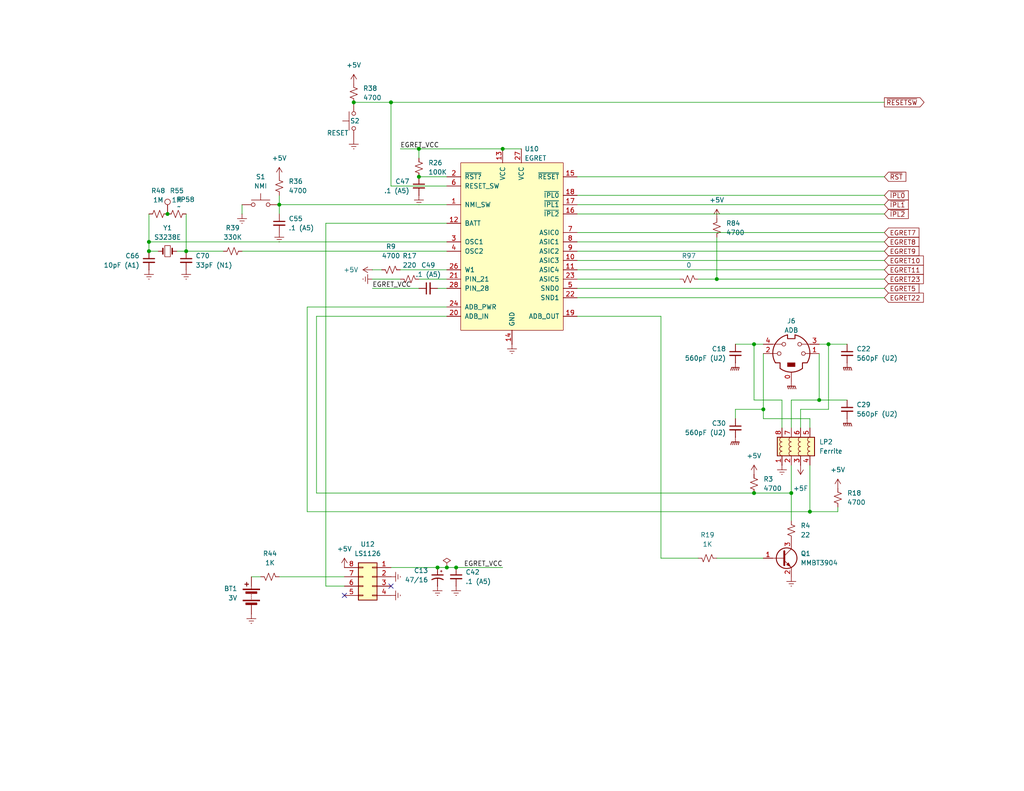
<source format=kicad_sch>
(kicad_sch (version 20250114) (generator "eeschema") (generator_version "9.0")
  (paper "USLetter")
  (title_block (title "Macintosh Classic II") (date "2025-05-25") (company "Apple Computer") (comment 1 "drawn by Bradley Bell"))
  (lib_symbols
    (symbol "AppleASIC:EGRET" (pin_names (offset 1.016))
      (property "Reference" "U" (at -10.16 25.4 0))
      (property "Value" "EGRET" (at -10.16 22.86 0))
      (symbol "EGRET_1_1"
        (rectangle (start -13.97 21.59) (end 13.97 -24.13) (fill (type background)))
        (pin input line (at -17.78 17.78 0) (length 3.81) (name "~{RST?}") (number "2"))
        (pin input line (at -17.78 15.24 0) (length 3.81) (name "RESET_SW") (number "6"))
        (pin input line (at -17.78 10.16 0) (length 3.81) (name "NMI_SW") (number "1"))
        (pin input line (at -17.78 5.08 0) (length 3.81) (name "BATT") (number "12"))
        (pin passive line (at -17.78 0 0) (length 3.81) (name "OSC1") (number "3"))
        (pin passive line (at -17.78 -2.54 0) (length 3.81) (name "OSC2") (number "4"))
        (pin input line (at -17.78 -7.62 0) (length 3.81) (name "W1") (number "26"))
        (pin input line (at -17.78 -10.16 0) (length 3.81) (name "PIN_21") (number "21"))
        (pin unspecified line (at -17.78 -12.7 0) (length 3.81) (name "PIN_28") (number "28"))
        (pin input line (at -17.78 -17.78 0) (length 3.81) (name "ADB_PWR") (number "24"))
        (pin input line (at -17.78 -20.32 0) (length 3.81) (name "ADB_IN") (number "20"))
        (pin power_in line (at -2.54 25.4 270) (length 3.81) (name "VCC") (number "13"))
        (pin passive line (at 0 -27.94 90) (length 3.81) (name "GND") (number "14"))
        (pin power_in line (at 2.54 25.4 270) (length 3.81) (name "VCC") (number "27"))
        (pin output line (at 17.78 17.78 180) (length 3.81) (name "~{RESET}") (number "15"))
        (pin open_collector line (at 17.78 12.7 180) (length 3.81) (name "~{IPL0}") (number "18"))
        (pin open_collector line (at 17.78 10.16 180) (length 3.81) (name "~{IPL1}") (number "17"))
        (pin open_collector line (at 17.78 7.62 180) (length 3.81) (name "~{IPL2}") (number "16"))
        (pin unspecified line (at 17.78 2.54 180) (length 3.81) (name "ASIC0") (number "7"))
        (pin unspecified line (at 17.78 0 180) (length 3.81) (name "ASIC1") (number "8"))
        (pin unspecified line (at 17.78 -2.54 180) (length 3.81) (name "ASIC2") (number "9"))
        (pin unspecified line (at 17.78 -5.08 180) (length 3.81) (name "ASIC3") (number "10"))
        (pin unspecified line (at 17.78 -7.62 180) (length 3.81) (name "ASIC4") (number "11"))
        (pin unspecified line (at 17.78 -10.16 180) (length 3.81) (name "ASIC5") (number "23"))
        (pin unspecified line (at 17.78 -12.7 180) (length 3.81) (name "SND0") (number "5"))
        (pin unspecified line (at 17.78 -15.24 180) (length 3.81) (name "SND1") (number "22"))
        (pin output line (at 17.78 -20.32 180) (length 3.81) (name "ADB_OUT") (number "19"))
        (pin no_connect line (at 17.78 -22.86 180) (length 3.81) (hide yes) (name "NC") (number "25"))
      )
    )
    (symbol "Connector:TestPoint" (pin_numbers (hide yes)) (pin_names (offset 0.762) (hide yes))
      (property "Reference" "TP" (at 0 6.858 0))
      (property "Value" "TestPoint" (at 0 5.08 0))
      (symbol "TestPoint_0_1"
        (circle (center 0 3.302) (radius 0.762))
      )
      (symbol "TestPoint_1_1"
        (pin passive line (at 0 0 90) (length 2.54) (name "1") (number "1"))
      )
    )
    (symbol "Connector_Generic:Conn_02x04_Counter_Clockwise" (pin_names (offset 1.016) (hide yes))
      (property "Reference" "J" (at 1.27 5.08 0))
      (property "Value" "Conn_02x04_Counter_Clockwise" (at 1.27 -7.62 0))
      (symbol "Conn_02x04_Counter_Clockwise_1_1"
        (rectangle (start -1.27 3.81) (end 3.81 -6.35) (stroke (width 0.254)) (fill (type background)))
        (rectangle (start -1.27 2.667) (end 0 2.413) (stroke (width 0.1524)))
        (rectangle (start -1.27 0.127) (end 0 -0.127) (stroke (width 0.1524)))
        (rectangle (start -1.27 -2.413) (end 0 -2.667) (stroke (width 0.1524)))
        (rectangle (start -1.27 -4.953) (end 0 -5.207) (stroke (width 0.1524)))
        (rectangle (start 3.81 2.667) (end 2.54 2.413) (stroke (width 0.1524)))
        (rectangle (start 3.81 0.127) (end 2.54 -0.127) (stroke (width 0.1524)))
        (rectangle (start 3.81 -2.413) (end 2.54 -2.667) (stroke (width 0.1524)))
        (rectangle (start 3.81 -4.953) (end 2.54 -5.207) (stroke (width 0.1524)))
        (pin passive line (at -5.08 2.54 0) (length 3.81) (name "Pin_1") (number "1"))
        (pin passive line (at -5.08 0 0) (length 3.81) (name "Pin_2") (number "2"))
        (pin passive line (at -5.08 -2.54 0) (length 3.81) (name "Pin_3") (number "3"))
        (pin passive line (at -5.08 -5.08 0) (length 3.81) (name "Pin_4") (number "4"))
        (pin passive line (at 7.62 2.54 180) (length 3.81) (name "Pin_8") (number "8"))
        (pin passive line (at 7.62 0 180) (length 3.81) (name "Pin_7") (number "7"))
        (pin passive line (at 7.62 -2.54 180) (length 3.81) (name "Pin_6") (number "6"))
        (pin passive line (at 7.62 -5.08 180) (length 3.81) (name "Pin_5") (number "5"))
      )
    )
    (symbol "Device:Battery" (pin_numbers (hide yes)) (pin_names (offset 0) (hide yes))
      (property "Reference" "BT" (at 2.54 2.54 0))
      (property "Value" "Battery" (at 2.54 0 0))
      (symbol "Battery_0_1"
        (rectangle (start -2.286 1.778) (end 2.286 1.524) (fill (type outline)))
        (rectangle (start -2.286 -1.27) (end 2.286 -1.524) (fill (type outline)))
        (rectangle (start -1.524 1.016) (end 1.524 0.508) (fill (type outline)))
        (rectangle (start -1.524 -2.032) (end 1.524 -2.54) (fill (type outline)))
        (polyline (pts (xy 0 1.778) (xy 0 2.54)))
        (polyline (pts (xy 0 0) (xy 0 0.254)))
        (polyline (pts (xy 0 -0.508) (xy 0 -0.254)))
        (polyline (pts (xy 0 -1.016) (xy 0 -0.762)))
        (polyline (pts (xy 0.762 3.048) (xy 1.778 3.048)) (stroke (width 0.254)))
        (polyline (pts (xy 1.27 3.556) (xy 1.27 2.54)) (stroke (width 0.254)))
      )
      (symbol "Battery_1_1"
        (pin passive line (at 0 5.08 270) (length 2.54) (name "+") (number "1"))
        (pin passive line (at 0 -5.08 90) (length 2.54) (name "-") (number "2"))
      )
    )
    (symbol "Device:C_Polarized_Small_US" (pin_numbers (hide yes)) (pin_names (offset 0.254) (hide yes))
      (property "Reference" "C" (at 0.254 1.778 0))
      (property "Value" "C_Polarized_Small_US" (at 0.254 -2.032 0))
      (symbol "C_Polarized_Small_US_0_1"
        (polyline (pts (xy -1.524 0.508) (xy 1.524 0.508)) (stroke (width 0.3048)))
        (polyline (pts (xy -1.27 1.524) (xy -0.762 1.524)))
        (polyline (pts (xy -1.016 1.27) (xy -1.016 1.778)))
        (arc (start -1.524 -0.762) (mid 0 -0.3734) (end 1.524 -0.762) (stroke (width 0.3048)))
      )
      (symbol "C_Polarized_Small_US_1_1"
        (pin passive line (at 0 2.54 270) (length 2.032) (name "~") (number "1"))
        (pin passive line (at 0 -2.54 90) (length 2.032) (name "~") (number "2"))
      )
    )
    (symbol "Device:C_Small" (pin_numbers (hide yes)) (pin_names (offset 0.254) (hide yes))
      (property "Reference" "C" (at 0.254 1.778 0))
      (property "Value" "C_Small" (at 0.254 -2.032 0))
      (symbol "C_Small_0_1"
        (polyline (pts (xy -1.524 0.508) (xy 1.524 0.508)) (stroke (width 0.3048)))
        (polyline (pts (xy -1.524 -0.508) (xy 1.524 -0.508)) (stroke (width 0.3302)))
      )
      (symbol "C_Small_1_1"
        (pin passive line (at 0 2.54 270) (length 2.032) (name "~") (number "1"))
        (pin passive line (at 0 -2.54 90) (length 2.032) (name "~") (number "2"))
      )
    )
    (symbol "Device:Crystal_Small" (pin_numbers (hide yes)) (pin_names (offset 1.016) (hide yes))
      (property "Reference" "Y" (at 0 2.54 0))
      (property "Value" "Crystal_Small" (at 0 -2.54 0))
      (symbol "Crystal_Small_0_1"
        (polyline (pts (xy -1.27 -0.762) (xy -1.27 0.762)) (stroke (width 0.381)))
        (rectangle (start -0.762 -1.524) (end 0.762 1.524))
        (polyline (pts (xy 1.27 -0.762) (xy 1.27 0.762)) (stroke (width 0.381)))
      )
      (symbol "Crystal_Small_1_1"
        (pin passive line (at -2.54 0 0) (length 1.27) (name "1") (number "1"))
        (pin passive line (at 2.54 0 180) (length 1.27) (name "2") (number "2"))
      )
    )
    (symbol "Device:L_Pack04"
      (property "Reference" "LN" (at -7.62 0 90))
      (property "Value" "L_Pack04" (at 5.08 0 90))
      (symbol "L_Pack04_0_1"
        (rectangle (start -6.35 2.54) (end 3.81 -2.54) (stroke (width 0.254)) (fill (type background)))
      )
      (symbol "L_Pack04_1_1"
        (arc (start -5.08 1.27) (mid -5.7123 1.905) (end -5.08 2.54))
        (arc (start -5.08 0) (mid -5.7123 0.635) (end -5.08 1.27))
        (arc (start -5.08 -1.27) (mid -5.7123 -0.635) (end -5.08 0))
        (arc (start -5.08 -2.54) (mid -5.7123 -1.905) (end -5.08 -1.27))
        (arc (start -2.54 1.27) (mid -3.1723 1.905) (end -2.54 2.54))
        (arc (start -2.54 0) (mid -3.1723 0.635) (end -2.54 1.27))
        (arc (start -2.54 -1.27) (mid -3.1723 -0.635) (end -2.54 0))
        (arc (start -2.54 -2.54) (mid -3.1723 -1.905) (end -2.54 -1.27))
        (arc (start 0 1.27) (mid -0.6323 1.905) (end 0 2.54))
        (arc (start 0 0) (mid -0.6323 0.635) (end 0 1.27))
        (arc (start 0 -1.27) (mid -0.6323 -0.635) (end 0 0))
        (arc (start 0 -2.54) (mid -0.6323 -1.905) (end 0 -1.27))
        (arc (start 2.54 1.27) (mid 1.9077 1.905) (end 2.54 2.54))
        (arc (start 2.54 0) (mid 1.9077 0.635) (end 2.54 1.27))
        (arc (start 2.54 -1.27) (mid 1.9077 -0.635) (end 2.54 0))
        (arc (start 2.54 -2.54) (mid 1.9077 -1.905) (end 2.54 -1.27))
        (pin passive line (at -5.08 5.08 270) (length 2.54) (name "~") (number "8"))
        (pin passive line (at -5.08 -5.08 90) (length 2.54) (name "~") (number "1"))
        (pin passive line (at -2.54 5.08 270) (length 2.54) (name "~") (number "7"))
        (pin passive line (at -2.54 -5.08 90) (length 2.54) (name "~") (number "2"))
        (pin passive line (at 0 5.08 270) (length 2.54) (name "~") (number "6"))
        (pin passive line (at 0 -5.08 90) (length 2.54) (name "~") (number "3"))
        (pin passive line (at 2.54 5.08 270) (length 2.54) (name "~") (number "5"))
        (pin passive line (at 2.54 -5.08 90) (length 2.54) (name "~") (number "4"))
      )
    )
    (symbol "Device:R_Small_US" (pin_numbers (hide yes)) (pin_names (offset 0.254) (hide yes))
      (property "Reference" "R" (at 0.762 0.508 0))
      (property "Value" "R_Small_US" (at 0.762 -1.016 0))
      (symbol "R_Small_US_1_1"
        (polyline (pts (xy 0 1.524) (xy 1.016 1.143) (xy 0 0.762) (xy -1.016 0.381) (xy 0 0)))
        (polyline (pts (xy 0 0) (xy 1.016 -0.381) (xy 0 -0.762) (xy -1.016 -1.143) (xy 0 -1.524)))
        (pin passive line (at 0 2.54 270) (length 1.016) (name "~") (number "1"))
        (pin passive line (at 0 -2.54 90) (length 1.016) (name "~") (number "2"))
      )
    )
    (symbol "MyConnector:Mini-DIN-4_MountingHole" (pin_names (offset 1.016))
      (property "Reference" "J" (at 0 6.35 0))
      (property "Value" "Mini-DIN-4_MountingHole" (at 0 -6.35 0))
      (symbol "Mini-DIN-4_MountingHole_0_1"
        (polyline (pts (xy -4.318 -2.54) (xy -3.048 -2.54) (xy -3.048 -4.064)) (stroke (width 0.254)))
        (polyline (pts (xy -3.81 0) (xy -5.08 0)))
        (circle (center -3.302 0) (radius 0.508))
        (polyline (pts (xy -2.54 2.54) (xy -5.08 2.54)))
        (circle (center -2.032 2.54) (radius 0.508))
        (polyline (pts (xy -1.016 5.08) (xy -1.016 4.064) (xy 1.016 4.064) (xy 1.016 5.08)) (stroke (width 0.254)))
        (rectangle (start -1.016 -2.54) (end 1.016 -3.556) (fill (type outline)))
        (arc (start 3.048 -4.064) (mid 0 -5.08) (end -3.048 -4.064) (stroke (width 0.254)))
        (arc (start 1.016 5.08) (mid 4.6646 2.1356) (end 4.318 -2.54) (stroke (width 0.254)))
        (arc (start -4.318 -2.54) (mid -4.6241 2.1181) (end -1.016 5.08) (stroke (width 0.254)))
        (circle (center 2.286 2.54) (radius 0.508))
        (polyline (pts (xy 2.794 2.54) (xy 5.08 2.54)))
        (circle (center 3.302 0) (radius 0.508))
        (polyline (pts (xy 4.318 -2.54) (xy 3.048 -2.54) (xy 3.048 -4.064)) (stroke (width 0.254)))
        (polyline (pts (xy 5.08 0) (xy 3.81 0)))
      )
      (symbol "Mini-DIN-4_MountingHole_1_1"
        (pin passive line (at -7.62 2.54 0) (length 2.54) (name "~") (number "4"))
        (pin passive line (at -7.62 0 0) (length 2.54) (name "~") (number "2"))
        (pin passive line (at 0 -7.62 90) (length 2.54) (name "~") (number "0"))
        (pin passive line (at 7.62 2.54 180) (length 2.54) (name "~") (number "3"))
        (pin passive line (at 7.62 0 180) (length 2.54) (name "~") (number "1"))
      )
    )
    (symbol "Switch:SW_Push" (pin_numbers (hide yes)) (pin_names (offset 1.016) (hide yes))
      (property "Reference" "SW" (at 1.27 2.54 0))
      (property "Value" "SW_Push" (at 0 -1.524 0))
      (symbol "SW_Push_0_1"
        (circle (center -2.032 0) (radius 0.508))
        (polyline (pts (xy 0 1.27) (xy 0 3.048)))
        (circle (center 2.032 0) (radius 0.508))
        (polyline (pts (xy 2.54 1.27) (xy -2.54 1.27)))
        (pin passive line (at -5.08 0 0) (length 2.54) (name "1") (number "1"))
        (pin passive line (at 5.08 0 180) (length 2.54) (name "2") (number "2"))
      )
    )
    (symbol "Transistor_BJT:MMBT3904" (pin_names (offset 0) (hide yes))
      (property "Reference" "Q" (at 5.08 1.905 0))
      (property "Value" "MMBT3904" (at 5.08 0 0))
      (symbol "MMBT3904_0_1"
        (polyline (pts (xy -2.54 0) (xy 0.635 0)))
        (polyline (pts (xy 0.635 1.905) (xy 0.635 -1.905)) (stroke (width 0.508)))
        (circle (center 1.27 0) (radius 2.8194) (stroke (width 0.254)))
      )
      (symbol "MMBT3904_1_1"
        (polyline (pts (xy 0.635 0.635) (xy 2.54 2.54)))
        (polyline (pts (xy 0.635 -0.635) (xy 2.54 -2.54)))
        (polyline (pts (xy 1.27 -1.778) (xy 1.778 -1.27) (xy 2.286 -2.286) (xy 1.27 -1.778)) (fill (type outline)))
        (pin input line (at -5.08 0 0) (length 2.54) (name "B") (number "1"))
        (pin passive line (at 2.54 5.08 270) (length 2.54) (name "C") (number "3"))
        (pin passive line (at 2.54 -5.08 90) (length 2.54) (name "E") (number "2"))
      )
    )
    (symbol "power:+5F" (power) (pin_numbers (hide yes)) (pin_names (offset 0) (hide yes))
      (property "Value" "+5F" (at 0 3.556 0))
      (symbol "+5F_0_1"
        (polyline (pts (xy -0.762 1.27) (xy 0 2.54)))
        (polyline (pts (xy 0 2.54) (xy 0.762 1.27)))
        (polyline (pts (xy 0 0) (xy 0 2.54)))
      )
      (symbol "+5F_1_1"
        (pin power_in line (at 0 0 90) (length 0) (name "~") (number "1"))
      )
    )
    (symbol "power:+5V" (power) (pin_numbers (hide yes)) (pin_names (offset 0) (hide yes))
      (property "Value" "+5V" (at 0 3.556 0))
      (symbol "+5V_0_1"
        (polyline (pts (xy -0.762 1.27) (xy 0 2.54)))
        (polyline (pts (xy 0 2.54) (xy 0.762 1.27)))
        (polyline (pts (xy 0 0) (xy 0 2.54)))
      )
      (symbol "+5V_1_1"
        (pin power_in line (at 0 0 90) (length 0) (name "~") (number "1"))
      )
    )
    (symbol "power:GNDPWR" (power) (pin_numbers (hide yes)) (pin_names (offset 0) (hide yes))
      (property "Value" "GNDPWR" (at 0 -3.302 0))
      (symbol "GNDPWR_0_1"
        (polyline (pts (xy -1.016 -1.27) (xy -1.27 -2.032) (xy -1.27 -2.032)) (stroke (width 0.2032)))
        (polyline (pts (xy -0.508 -1.27) (xy -0.762 -2.032) (xy -0.762 -2.032)) (stroke (width 0.2032)))
        (polyline (pts (xy 0 -1.27) (xy 0 0)))
        (polyline (pts (xy 0 -1.27) (xy -0.254 -2.032) (xy -0.254 -2.032)) (stroke (width 0.2032)))
        (polyline (pts (xy 0.508 -1.27) (xy 0.254 -2.032) (xy 0.254 -2.032)) (stroke (width 0.2032)))
        (polyline (pts (xy 1.016 -1.27) (xy -1.016 -1.27) (xy -1.016 -1.27)) (stroke (width 0.2032)))
        (polyline (pts (xy 1.016 -1.27) (xy 0.762 -2.032) (xy 0.762 -2.032) (xy 0.762 -2.032)) (stroke (width 0.2032)))
      )
      (symbol "GNDPWR_1_1"
        (pin power_in line (at 0 0 270) (length 0) (name "~") (number "1"))
      )
    )
    (symbol "power:GNDREF" (power) (pin_numbers (hide yes)) (pin_names (offset 0) (hide yes))
      (property "Value" "GNDREF" (at 0 -3.81 0))
      (symbol "GNDREF_0_1"
        (polyline (pts (xy -0.635 -1.905) (xy 0.635 -1.905)))
        (polyline (pts (xy -0.127 -2.54) (xy 0.127 -2.54)))
        (polyline (pts (xy 0 -1.27) (xy 0 0)))
        (polyline (pts (xy 1.27 -1.27) (xy -1.27 -1.27)))
      )
      (symbol "GNDREF_1_1"
        (pin power_in line (at 0 0 270) (length 0) (name "~") (number "1"))
      )
    )
    (symbol "power:PWR_FLAG" (power) (pin_numbers (hide yes)) (pin_names (offset 0) (hide yes))
      (property "Value" "PWR_FLAG" (at 0 3.81 0))
      (symbol "PWR_FLAG_0_0"
        (pin power_out line (at 0 0 90) (length 0) (name "~") (number "1"))
      )
      (symbol "PWR_FLAG_0_1"
        (polyline (pts (xy 0 0) (xy 0 1.27) (xy -1.016 1.905) (xy 0 2.54) (xy 1.016 1.905) (xy 0 1.27)))
      )
    )
  )
  (junction (at 205.74 134.62))
  (junction (at 137.16 40.64))
  (junction (at 124.46 154.94))
  (junction (at 96.52 27.94))
  (junction (at 223.52 109.22))
  (junction (at 220.98 139.7))
  (junction (at 50.8 68.58))
  (junction (at 40.64 68.58))
  (junction (at 114.3 40.64))
  (junction (at 114.3 48.26))
  (junction (at 40.64 66.04))
  (junction (at 226.06 93.98))
  (junction (at 205.74 93.98))
  (junction (at 106.68 27.94))
  (junction (at 121.92 154.94))
  (junction (at 195.58 76.2))
  (junction (at 76.2 55.88))
  (junction (at 45.72 58.42))
  (junction (at 215.9 134.62))
  (junction (at 208.28 111.76))
  (junction (at 119.38 154.94))
  (no_connect (at 106.68 160.02))
  (no_connect (at 93.98 162.56))
  (wire (pts (xy 86.36 86.36) (xy 121.92 86.36)))
  (wire (pts (xy 106.68 27.94) (xy 106.68 50.8)))
  (wire (pts (xy 121.92 154.94) (xy 124.46 154.94)))
  (wire (pts (xy 96.52 27.94) (xy 106.68 27.94)))
  (wire (pts (xy 86.36 134.62) (xy 205.74 134.62)))
  (wire (pts (xy 213.36 109.22) (xy 213.36 116.84)))
  (wire (pts (xy 231.14 93.98) (xy 226.06 93.98)))
  (wire (pts (xy 215.9 116.84) (xy 215.9 109.22)))
  (wire (pts (xy 86.36 134.62) (xy 86.36 86.36)))
  (wire (pts (xy 205.74 93.98) (xy 208.28 93.98)))
  (wire (pts (xy 83.82 139.7) (xy 83.82 83.82)))
  (wire (pts (xy 76.2 53.34) (xy 76.2 55.88)))
  (wire (pts (xy 180.34 86.36) (xy 180.34 152.4)))
  (wire (pts (xy 205.74 109.22) (xy 213.36 109.22)))
  (wire (pts (xy 40.64 68.58) (xy 43.18 68.58)))
  (wire (pts (xy 226.06 93.98) (xy 223.52 93.98)))
  (wire (pts (xy 106.68 27.94) (xy 241.3 27.94)))
  (wire (pts (xy 220.98 127) (xy 220.98 139.7)))
  (wire (pts (xy 109.22 76.2) (xy 101.6 76.2)))
  (wire (pts (xy 195.58 76.2) (xy 190.5 76.2)))
  (wire (pts (xy 106.68 50.8) (xy 121.92 50.8)))
  (wire (pts (xy 76.2 157.48) (xy 93.98 157.48)))
  (wire (pts (xy 83.82 139.7) (xy 220.98 139.7)))
  (wire (pts (xy 218.44 111.76) (xy 226.06 111.76)))
  (wire (pts (xy 157.48 58.42) (xy 241.3 58.42)))
  (wire (pts (xy 241.3 78.74) (xy 157.48 78.74)))
  (wire (pts (xy 241.3 76.2) (xy 195.58 76.2)))
  (wire (pts (xy 241.3 81.28) (xy 157.48 81.28)))
  (wire (pts (xy 68.58 157.48) (xy 71.12 157.48)))
  (wire (pts (xy 195.58 64.77) (xy 195.58 76.2)))
  (wire (pts (xy 109.22 73.66) (xy 121.92 73.66)))
  (wire (pts (xy 228.6 139.7) (xy 228.6 138.43)))
  (wire (pts (xy 50.8 68.58) (xy 60.96 68.58)))
  (wire (pts (xy 218.44 116.84) (xy 218.44 111.76)))
  (wire (pts (xy 226.06 111.76) (xy 226.06 93.98)))
  (wire (pts (xy 215.9 127) (xy 215.9 134.62)))
  (wire (pts (xy 88.9 60.96) (xy 121.92 60.96)))
  (wire (pts (xy 119.38 78.74) (xy 121.92 78.74)))
  (wire (pts (xy 241.3 71.12) (xy 157.48 71.12)))
  (wire (pts (xy 241.3 73.66) (xy 157.48 73.66)))
  (wire (pts (xy 241.3 48.26) (xy 157.48 48.26)))
  (wire (pts (xy 157.48 55.88) (xy 241.3 55.88)))
  (wire (pts (xy 114.3 40.64) (xy 137.16 40.64)))
  (wire (pts (xy 200.66 93.98) (xy 205.74 93.98)))
  (wire (pts (xy 114.3 40.64) (xy 114.3 43.18)))
  (wire (pts (xy 200.66 114.3) (xy 200.66 111.76)))
  (wire (pts (xy 114.3 76.2) (xy 121.92 76.2)))
  (wire (pts (xy 223.52 109.22) (xy 231.14 109.22)))
  (wire (pts (xy 88.9 160.02) (xy 93.98 160.02)))
  (wire (pts (xy 76.2 58.42) (xy 76.2 55.88)))
  (wire (pts (xy 50.8 58.42) (xy 50.8 68.58)))
  (wire (pts (xy 119.38 154.94) (xy 121.92 154.94)))
  (wire (pts (xy 66.04 68.58) (xy 121.92 68.58)))
  (wire (pts (xy 185.42 76.2) (xy 157.48 76.2)))
  (wire (pts (xy 220.98 139.7) (xy 228.6 139.7)))
  (wire (pts (xy 208.28 111.76) (xy 208.28 96.52)))
  (wire (pts (xy 114.3 48.26) (xy 121.92 48.26)))
  (wire (pts (xy 205.74 134.62) (xy 215.9 134.62)))
  (wire (pts (xy 208.28 114.3) (xy 208.28 111.76)))
  (wire (pts (xy 180.34 86.36) (xy 157.48 86.36)))
  (wire (pts (xy 241.3 66.04) (xy 157.48 66.04)))
  (wire (pts (xy 101.6 73.66) (xy 104.14 73.66)))
  (wire (pts (xy 119.38 154.94) (xy 106.68 154.94)))
  (wire (pts (xy 241.3 68.58) (xy 157.48 68.58)))
  (wire (pts (xy 220.98 114.3) (xy 220.98 116.84)))
  (wire (pts (xy 40.64 58.42) (xy 40.64 66.04)))
  (wire (pts (xy 40.64 66.04) (xy 121.92 66.04)))
  (wire (pts (xy 215.9 142.24) (xy 215.9 134.62)))
  (wire (pts (xy 109.22 40.64) (xy 114.3 40.64)))
  (wire (pts (xy 137.16 40.64) (xy 142.24 40.64)))
  (wire (pts (xy 223.52 109.22) (xy 223.52 96.52)))
  (wire (pts (xy 157.48 53.34) (xy 241.3 53.34)))
  (wire (pts (xy 40.64 68.58) (xy 40.64 66.04)))
  (wire (pts (xy 76.2 55.88) (xy 121.92 55.88)))
  (wire (pts (xy 200.66 111.76) (xy 208.28 111.76)))
  (wire (pts (xy 101.6 78.74) (xy 114.3 78.74)))
  (wire (pts (xy 241.3 63.5) (xy 157.48 63.5)))
  (wire (pts (xy 50.8 68.58) (xy 48.26 68.58)))
  (wire (pts (xy 137.16 154.94) (xy 124.46 154.94)))
  (wire (pts (xy 208.28 114.3) (xy 220.98 114.3)))
  (wire (pts (xy 205.74 93.98) (xy 205.74 109.22)))
  (wire (pts (xy 83.82 83.82) (xy 121.92 83.82)))
  (wire (pts (xy 195.58 152.4) (xy 208.28 152.4)))
  (wire (pts (xy 66.04 55.88) (xy 66.04 58.42)))
  (wire (pts (xy 88.9 60.96) (xy 88.9 160.02)))
  (wire (pts (xy 215.9 109.22) (xy 223.52 109.22)))
  (wire (pts (xy 180.34 152.4) (xy 190.5 152.4)))
  (label "EGRET_VCC" (at 137.16 154.94 180))
  (label "EGRET_VCC" (at 109.22 40.64 0))
  (label "EGRET_VCC" (at 101.6 78.74 0))
  (global_label "EGRET10" (shape input) (at 241.3 71.12 0) (property "Intersheetrefs" "${INTERSHEET_REFS}" (at 252.5098 71.12 0) (effects (justify left))))
  (global_label "~{RESETSW}" (shape output) (at 241.3 27.94 0) (property "Intersheetrefs" "${INTERSHEET_REFS}" (at 252.6912 27.94 0) (effects (justify left))))
  (global_label "EGRET11" (shape input) (at 241.3 73.66 0) (property "Intersheetrefs" "${INTERSHEET_REFS}" (at 252.5098 73.66 0) (effects (justify left))))
  (global_label "~{IPL0}" (shape input) (at 241.3 53.34 0) (property "Intersheetrefs" "${INTERSHEET_REFS}" (at 248.3976 53.34 0) (effects (justify left))))
  (global_label "~{IPL2}" (shape input) (at 241.3 58.42 0) (property "Intersheetrefs" "${INTERSHEET_REFS}" (at 248.3976 58.42 0) (effects (justify left))))
  (global_label "EGRET9" (shape input) (at 241.3 68.58 0) (property "Intersheetrefs" "${INTERSHEET_REFS}" (at 251.3003 68.58 0) (effects (justify left))))
  (global_label "EGRET23" (shape input) (at 241.3 76.2 0) (property "Intersheetrefs" "${INTERSHEET_REFS}" (at 252.5098 76.2 0) (effects (justify left))))
  (global_label "EGRET5" (shape input) (at 241.3 78.74 0) (property "Intersheetrefs" "${INTERSHEET_REFS}" (at 251.3003 78.74 0) (effects (justify left))))
  (global_label "EGRET22" (shape input) (at 241.3 81.28 0) (property "Intersheetrefs" "${INTERSHEET_REFS}" (at 252.5098 81.28 0) (effects (justify left))))
  (global_label "EGRET7" (shape input) (at 241.3 63.5 0) (property "Intersheetrefs" "${INTERSHEET_REFS}" (at 251.3003 63.5 0) (effects (justify left))))
  (global_label "~{IPL1}" (shape input) (at 241.3 55.88 0) (property "Intersheetrefs" "${INTERSHEET_REFS}" (at 248.3976 55.88 0) (effects (justify left))))
  (global_label "EGRET8" (shape input) (at 241.3 66.04 0) (property "Intersheetrefs" "${INTERSHEET_REFS}" (at 251.3003 66.04 0) (effects (justify left))))
  (global_label "~{RST}" (shape input) (at 241.3 48.26 0) (property "Intersheetrefs" "${INTERSHEET_REFS}" (at 247.7323 48.26 0) (effects (justify left))))
  (symbol (lib_id "Device:C_Small") (at 200.66 116.84 0) (mirror y) (unit 1)
    (property "Reference" "C30" (at 198.12 115.5762 0) (effects (justify left)))
    (property "Value" "560pF (U2)" (at 198.12 118.1162 0) (effects (justify left)))
    (property "Footprint" "MyPackage:SMD_0603_1608Metric_Pad1.52x1.02mm" (effects (hide yes)))
    (property "Description" "Unpolarized capacitor, small symbol" (effects (hide yes)))
  )
  (symbol (lib_id "Device:R_Small_US") (at 73.66 157.48 90) (mirror x) (unit 1)
    (property "Reference" "R44" (at 73.66 151.13 90))
    (property "Value" "1K" (at 73.66 153.67 90))
    (property "Footprint" "MyPackage:SMD_0805_2012Metric_Pad1.25x1.65mm" (effects (hide yes)))
    (property "Description" "Resistor, small US symbol" (effects (hide yes)))
  )
  (symbol (lib_id "power:GNDREF") (at 50.8 73.66 0) (unit 1)
    (property "Reference" "#PWR09" (effects (hide yes)))
    (property "Value" "GND" (effects (hide yes)))
    (property "Description" "Power symbol creates a global label with name \"GNDREF\" , reference supply ground" (effects (hide yes)))
  )
  (symbol (lib_id "Device:L_Pack04") (at 218.44 121.92 0) (unit 1)
    (property "Reference" "LP2" (at 223.52 120.6499 0) (effects (justify left)))
    (property "Value" "Ferrite" (at 223.52 123.1899 0) (effects (justify left)))
    (property "Footprint" "MyPackage:L_Pack04_P2.54mm" (effects (hide yes)))
    (property "Description" "4 inductor network, parallel topology" (effects (hide yes)))
  )
  (symbol (lib_id "Device:R_Small_US") (at 114.3 45.72 0) (unit 1)
    (property "Reference" "R26" (at 116.84 44.4499 0) (effects (justify left)))
    (property "Value" "100K" (at 116.84 46.9899 0) (effects (justify left)))
    (property "Footprint" "MyPackage:SMD_0805_2012Metric_Pad1.25x1.65mm" (effects (hide yes)))
    (property "Description" "Resistor, small US symbol" (effects (hide yes)))
  )
  (symbol (lib_id "power:GNDREF") (at 66.04 58.42 0) (unit 1)
    (property "Reference" "#PWR01" (effects (hide yes)))
    (property "Value" "GND" (effects (hide yes)))
    (property "Description" "Power symbol creates a global label with name \"GNDREF\" , reference supply ground" (effects (hide yes)))
  )
  (symbol (lib_id "Device:C_Small") (at 76.2 60.96 0) (unit 1)
    (property "Reference" "C55" (at 78.74 59.6962 0) (effects (justify left)))
    (property "Value" ".1 (A5)" (at 78.74 62.2362 0) (effects (justify left)))
    (property "Footprint" "MyPackage:SMD_0603_1608Metric_Pad1.52x1.02mm" (effects (hide yes)))
    (property "Description" "Unpolarized capacitor, small symbol" (effects (hide yes)))
  )
  (symbol (lib_id "power:GNDREF") (at 96.52 38.1 0) (unit 1)
    (property "Reference" "#PWR08" (effects (hide yes)))
    (property "Value" "GND" (effects (hide yes)))
    (property "Description" "Power symbol creates a global label with name \"GNDREF\" , reference supply ground" (effects (hide yes)))
  )
  (symbol (lib_id "power:GNDPWR") (at 200.66 99.06 0) (unit 1)
    (property "Reference" "#PWR045" (effects (hide yes)))
    (property "Value" "GNDPWR" (effects (hide yes)))
    (property "Description" "Power symbol creates a global label with name \"GNDPWR\" , global ground" (effects (hide yes)))
  )
  (symbol (lib_id "Switch:SW_Push") (at 71.12 55.88 0) (unit 1)
    (property "Reference" "S1" (at 71.12 48.26 0))
    (property "Value" "NMI" (at 71.12 50.8 0))
    (property "Footprint" "MySwitch:SW_SPST_Omron_B3F_angled" (effects (hide yes)))
    (property "Description" "Push button switch, generic, two pins" (effects (hide yes)))
  )
  (symbol (lib_id "power:GNDPWR") (at 231.14 99.06 0) (mirror y) (unit 1)
    (property "Reference" "#PWR044" (effects (hide yes)))
    (property "Value" "GNDPWR" (effects (hide yes)))
    (property "Description" "Power symbol creates a global label with name \"GNDPWR\" , global ground" (effects (hide yes)))
  )
  (symbol (lib_id "power:GNDREF") (at 76.2 63.5 0) (unit 1)
    (property "Reference" "#PWR03" (effects (hide yes)))
    (property "Value" "GND" (effects (hide yes)))
    (property "Description" "Power symbol creates a global label with name \"GNDREF\" , reference supply ground" (effects (hide yes)))
  )
  (symbol (lib_id "power:GNDPWR") (at 215.9 104.14 0) (mirror y) (unit 1)
    (property "Reference" "#PWR0236" (effects (hide yes)))
    (property "Value" "GNDPWR" (effects (hide yes)))
    (property "Description" "Power symbol creates a global label with name \"GNDPWR\" , global ground" (effects (hide yes)))
  )
  (symbol (lib_id "power:GNDREF") (at 213.36 127 0) (unit 1)
    (property "Reference" "#PWR040" (effects (hide yes)))
    (property "Value" "GND" (effects (hide yes)))
    (property "Description" "Power symbol creates a global label with name \"GNDREF\" , reference supply ground" (effects (hide yes)))
  )
  (symbol (lib_id "Device:C_Small") (at 124.46 157.48 0) (unit 1)
    (property "Reference" "C42" (at 127 156.2162 0) (effects (justify left)))
    (property "Value" ".1 (A5)" (at 127 158.7562 0) (effects (justify left)))
    (property "Footprint" "MyPackage:SMD_0603_1608Metric_Pad1.52x1.02mm" (effects (hide yes)))
    (property "Description" "Unpolarized capacitor, small symbol" (effects (hide yes)))
  )
  (symbol (lib_id "power:+5V") (at 96.52 22.86 0) (unit 1)
    (property "Reference" "#PWR07" (effects (hide yes)))
    (property "Value" "+5V" (at 96.52 17.78 0))
    (property "Description" "Power symbol creates a global label with name \"+5V\"" (effects (hide yes)))
  )
  (symbol (lib_id "Device:R_Small_US") (at 193.04 152.4 90) (mirror x) (unit 1)
    (property "Reference" "R19" (at 193.04 146.05 90))
    (property "Value" "1K" (at 193.04 148.59 90))
    (property "Footprint" "MyPackage:SMD_0805_2012Metric_Pad1.25x1.65mm" (effects (hide yes)))
    (property "Description" "Resistor, small US symbol" (effects (hide yes)))
  )
  (symbol (lib_id "power:GNDPWR") (at 200.66 119.38 0) (unit 1)
    (property "Reference" "#PWR024" (effects (hide yes)))
    (property "Value" "GNDPWR" (effects (hide yes)))
    (property "Description" "Power symbol creates a global label with name \"GNDPWR\" , global ground" (effects (hide yes)))
  )
  (symbol (lib_id "Connector:TestPoint") (at 45.72 58.42 0) (unit 1)
    (property "Reference" "TP58" (at 48.26 54.4829 0) (effects (justify left)))
    (property "Value" "~" (at 48.26 56.388 0) (effects (justify left)))
    (property "Footprint" "TestPoint:TestPoint_THTPad_D1.0mm_Drill0.5mm" (effects (hide yes)))
    (property "Description" "test point" (effects (hide yes)))
  )
  (symbol (lib_id "Device:R_Small_US") (at 215.9 144.78 0) (unit 1)
    (property "Reference" "R4" (at 218.44 143.5099 0) (effects (justify left)))
    (property "Value" "22" (at 218.44 146.0499 0) (effects (justify left)))
    (property "Footprint" "MyPackage:SMD_0805_2012Metric_Pad1.25x1.65mm" (effects (hide yes)))
    (property "Description" "Resistor, small US symbol" (effects (hide yes)))
  )
  (symbol (lib_id "power:GNDREF") (at 106.68 162.56 90) (mirror x) (unit 1)
    (property "Reference" "#PWR020" (effects (hide yes)))
    (property "Value" "GND" (effects (hide yes)))
    (property "Description" "Power symbol creates a global label with name \"GNDREF\" , reference supply ground" (effects (hide yes)))
  )
  (symbol (lib_id "power:GNDREF") (at 101.6 76.2 270) (mirror x) (unit 1)
    (property "Reference" "#PWR022" (effects (hide yes)))
    (property "Value" "GND" (effects (hide yes)))
    (property "Description" "Power symbol creates a global label with name \"GNDREF\" , reference supply ground" (effects (hide yes)))
  )
  (symbol (lib_id "Device:R_Small_US") (at 63.5 68.58 90) (unit 1)
    (property "Reference" "R39" (at 63.5 62.23 90))
    (property "Value" "330K" (at 63.5 64.77 90))
    (property "Footprint" "MyPackage:SMD_0805_2012Metric_Pad1.25x1.65mm" (effects (hide yes)))
    (property "Description" "Resistor, small US symbol" (effects (hide yes)))
  )
  (symbol (lib_id "power:PWR_FLAG") (at 121.92 154.94 0) (unit 1)
    (property "Reference" "#FLG01" (effects (hide yes)))
    (property "Value" "PWR_FLAG" (effects (hide yes)))
    (property "Description" "Special symbol for telling ERC where power comes from" (effects (hide yes)))
  )
  (symbol (lib_id "AppleASIC:EGRET") (at 139.7 66.04 0) (unit 1)
    (property "Reference" "U10" (at 143.1133 40.64 0) (effects (justify left)))
    (property "Value" "EGRET" (at 143.1133 43.18 0) (effects (justify left)))
    (property "Footprint" "MyPackage:SOIC-28W_7.5x17.9mm_P1.27mm_oval" (effects (hide yes)))
    (property "Description" "Generic connector, double row, 02x14, counter clockwise pin numbering scheme (similar to DIP package numbering), script generated (kicad-library-utils/schlib/autogen/connector/)" (effects (hide yes)))
  )
  (symbol (lib_id "Device:R_Small_US") (at 205.74 132.08 0) (unit 1)
    (property "Reference" "R3" (at 208.28 130.8099 0) (effects (justify left)))
    (property "Value" "4700" (at 208.28 133.3499 0) (effects (justify left)))
    (property "Footprint" "MyPackage:SMD_0805_2012Metric_Pad1.25x1.65mm" (effects (hide yes)))
    (property "Description" "Resistor, small US symbol" (effects (hide yes)))
  )
  (symbol (lib_id "Device:C_Small") (at 50.8 71.12 0) (unit 1)
    (property "Reference" "C70" (at 53.34 69.8562 0) (effects (justify left)))
    (property "Value" "33pF (N1)" (at 53.34 72.3962 0) (effects (justify left)))
    (property "Footprint" "MyPackage:SMD_0603_1608Metric_Pad1.52x1.02mm" (effects (hide yes)))
    (property "Description" "Unpolarized capacitor, small symbol" (effects (hide yes)))
  )
  (symbol (lib_id "power:GNDREF") (at 215.9 157.48 0) (unit 1)
    (property "Reference" "#PWR041" (effects (hide yes)))
    (property "Value" "GND" (effects (hide yes)))
    (property "Description" "Power symbol creates a global label with name \"GNDREF\" , reference supply ground" (effects (hide yes)))
  )
  (symbol (lib_id "power:GNDREF") (at 68.58 167.64 0) (mirror y) (unit 1)
    (property "Reference" "#PWR046" (effects (hide yes)))
    (property "Value" "GND" (effects (hide yes)))
    (property "Description" "Power symbol creates a global label with name \"GNDREF\" , reference supply ground" (effects (hide yes)))
  )
  (symbol (lib_id "power:GNDPWR") (at 231.14 114.3 0) (mirror y) (unit 1)
    (property "Reference" "#PWR042" (effects (hide yes)))
    (property "Value" "GNDPWR" (effects (hide yes)))
    (property "Description" "Power symbol creates a global label with name \"GNDPWR\" , global ground" (effects (hide yes)))
  )
  (symbol (lib_id "Device:R_Small_US") (at 195.58 62.23 0) (mirror y) (unit 1)
    (property "Reference" "R84" (at 198.12 60.9599 0) (effects (justify right)))
    (property "Value" "4700" (at 198.12 63.4999 0) (effects (justify right)))
    (property "Footprint" "MyPackage:SMD_0805_2012Metric_Pad1.25x1.65mm" (effects (hide yes)))
    (property "Description" "Resistor, small US symbol" (effects (hide yes)))
  )
  (symbol (lib_id "Device:C_Small") (at 231.14 111.76 0) (unit 1)
    (property "Reference" "C29" (at 233.68 110.4962 0) (effects (justify left)))
    (property "Value" "560pF (U2)" (at 233.68 113.0362 0) (effects (justify left)))
    (property "Footprint" "MyPackage:SMD_0603_1608Metric_Pad1.52x1.02mm" (effects (hide yes)))
    (property "Description" "Unpolarized capacitor, small symbol" (effects (hide yes)))
  )
  (symbol (lib_id "power:+5V") (at 101.6 73.66 90) (mirror x) (unit 1)
    (property "Reference" "#PWR021" (effects (hide yes)))
    (property "Value" "+5V" (at 97.79 73.6599 90) (effects (justify left)))
    (property "Description" "Power symbol creates a global label with name \"+5V\"" (effects (hide yes)))
  )
  (symbol (lib_id "Device:R_Small_US") (at 48.26 58.42 90) (unit 1)
    (property "Reference" "R55" (at 48.26 52.07 90))
    (property "Value" "1M" (at 48.26 54.61 90))
    (property "Footprint" "MyPackage:SMD_0805_2012Metric_Pad1.25x1.65mm" (effects (hide yes)))
    (property "Description" "Resistor, small US symbol" (effects (hide yes)))
  )
  (symbol (lib_id "Device:C_Small") (at 114.3 50.8 0) (unit 1)
    (property "Reference" "C47" (at 111.76 49.5362 0) (effects (justify right)))
    (property "Value" ".1 (A5)" (at 111.76 52.0762 0) (effects (justify right)))
    (property "Footprint" "MyPackage:SMD_0603_1608Metric_Pad1.52x1.02mm" (effects (hide yes)))
    (property "Description" "Unpolarized capacitor, small symbol" (effects (hide yes)))
  )
  (symbol (lib_id "Device:R_Small_US") (at 187.96 76.2 90) (mirror x) (unit 1)
    (property "Reference" "R97" (at 187.96 69.85 90))
    (property "Value" "0" (at 187.96 72.39 90))
    (property "Footprint" "MyPackage:SMD_0805_2012Metric_Pad1.25x1.65mm" (effects (hide yes)))
    (property "Description" "Resistor, small US symbol" (effects (hide yes)))
  )
  (symbol (lib_id "Connector_Generic:Conn_02x04_Counter_Clockwise") (at 101.6 157.48 0) (mirror y) (unit 1)
    (property "Reference" "U12" (at 100.33 148.59 0))
    (property "Value" "LS1126" (at 100.33 151.13 0))
    (property "Footprint" "MyPackage:SOIC-8_3.9x4.9mm_P1.27mm_oval" (effects (hide yes)))
    (property "Description" "Generic connector, double row, 02x04, counter clockwise pin numbering scheme (similar to DIP package numbering), script generated (kicad-library-utils/schlib/autogen/connector/)" (effects (hide yes)))
  )
  (symbol (lib_id "Device:Crystal_Small") (at 45.72 68.58 0) (unit 1)
    (property "Reference" "Y1" (at 45.72 62.23 0))
    (property "Value" "S3238E" (at 45.72 64.77 0))
    (property "Footprint" "Crystal:Crystal_AT310_D3.0mm_L10.0mm_Vertical" (effects (hide yes)))
    (property "Description" "Two pin crystal, small symbol" (effects (hide yes)))
  )
  (symbol (lib_id "Device:C_Small") (at 200.66 96.52 0) (mirror y) (unit 1)
    (property "Reference" "C18" (at 198.12 95.2562 0) (effects (justify left)))
    (property "Value" "560pF (U2)" (at 198.12 97.7962 0) (effects (justify left)))
    (property "Footprint" "MyPackage:SMD_0603_1608Metric_Pad1.52x1.02mm" (effects (hide yes)))
    (property "Description" "Unpolarized capacitor, small symbol" (effects (hide yes)))
  )
  (symbol (lib_id "power:+5V") (at 93.98 154.94 0) (unit 1)
    (property "Reference" "#PWR04" (effects (hide yes)))
    (property "Value" "+5V" (at 93.98 149.86 0))
    (property "Description" "Power symbol creates a global label with name \"+5V\"" (effects (hide yes)))
  )
  (symbol (lib_id "Device:R_Small_US") (at 96.52 25.4 0) (unit 1)
    (property "Reference" "R38" (at 99.06 24.1299 0) (effects (justify left)))
    (property "Value" "4700" (at 99.06 26.6699 0) (effects (justify left)))
    (property "Footprint" "MyPackage:SMD_0805_2012Metric_Pad1.25x1.65mm" (effects (hide yes)))
    (property "Description" "Resistor, small US symbol" (effects (hide yes)))
  )
  (symbol (lib_id "power:GNDREF") (at 40.64 73.66 0) (unit 1)
    (property "Reference" "#PWR06" (effects (hide yes)))
    (property "Value" "GND" (effects (hide yes)))
    (property "Description" "Power symbol creates a global label with name \"GNDREF\" , reference supply ground" (effects (hide yes)))
  )
  (symbol (lib_id "power:GNDREF") (at 119.38 160.02 0) (unit 1)
    (property "Reference" "#PWR015" (effects (hide yes)))
    (property "Value" "GND" (effects (hide yes)))
    (property "Description" "Power symbol creates a global label with name \"GNDREF\" , reference supply ground" (effects (hide yes)))
  )
  (symbol (lib_id "Device:Battery") (at 68.58 162.56 0) (mirror y) (unit 1)
    (property "Reference" "BT1" (at 64.77 160.7184 0) (effects (justify left)))
    (property "Value" "3V" (at 64.77 163.2584 0) (effects (justify left)))
    (property "Footprint" "MyPackage:BatteryHolder_0.5xAA" (effects (hide yes)))
    (property "Description" "Multiple-cell battery" (effects (hide yes)))
  )
  (symbol (lib_id "Device:C_Polarized_Small_US") (at 119.38 157.48 0) (mirror y) (unit 1)
    (property "Reference" "C13" (at 116.84 155.7781 0) (effects (justify left)))
    (property "Value" "47/16" (at 116.84 158.3181 0) (effects (justify left)))
    (property "Footprint" "MyPackage:CP_Elec_6.3x5.4" (effects (hide yes)))
    (property "Description" "Polarized capacitor, small US symbol" (effects (hide yes)))
  )
  (symbol (lib_id "Device:C_Small") (at 116.84 78.74 90) (unit 1)
    (property "Reference" "C49" (at 116.8463 72.39 90))
    (property "Value" ".1 (A5)" (at 116.8463 74.93 90))
    (property "Footprint" "MyPackage:SMD_0603_1608Metric_Pad1.52x1.02mm" (effects (hide yes)))
    (property "Description" "Unpolarized capacitor, small symbol" (effects (hide yes)))
  )
  (symbol (lib_id "power:+5V") (at 76.2 48.26 0) (unit 1)
    (property "Reference" "#PWR02" (effects (hide yes)))
    (property "Value" "+5V" (at 76.2 43.18 0))
    (property "Description" "Power symbol creates a global label with name \"+5V\"" (effects (hide yes)))
  )
  (symbol (lib_id "Device:C_Small") (at 40.64 71.12 0) (unit 1)
    (property "Reference" "C66" (at 38.1 69.8562 0) (effects (justify right)))
    (property "Value" "10pF (A1)" (at 38.1 72.3962 0) (effects (justify right)))
    (property "Footprint" "MyPackage:SMD_0603_1608Metric_Pad1.52x1.02mm" (effects (hide yes)))
    (property "Description" "Unpolarized capacitor, small symbol" (effects (hide yes)))
  )
  (symbol (lib_id "power:+5F") (at 218.44 127 180) (unit 1)
    (property "Reference" "#PWR0175" (effects (hide yes)))
    (property "Value" "+5F" (at 218.44 133.35 0))
    (property "Description" "Power symbol creates a global label with name \"+5F\"" (effects (hide yes)))
  )
  (symbol (lib_id "power:GNDREF") (at 139.7 93.98 0) (unit 1)
    (property "Reference" "#PWR013" (effects (hide yes)))
    (property "Value" "GND" (effects (hide yes)))
    (property "Description" "Power symbol creates a global label with name \"GNDREF\" , reference supply ground" (effects (hide yes)))
  )
  (symbol (lib_id "power:+5V") (at 195.58 59.69 0) (unit 1)
    (property "Reference" "#PWR057" (effects (hide yes)))
    (property "Value" "+5V" (at 195.58 54.61 0))
    (property "Description" "Power symbol creates a global label with name \"+5V\"" (effects (hide yes)))
  )
  (symbol (lib_id "Device:R_Small_US") (at 43.18 58.42 90) (unit 1)
    (property "Reference" "R48" (at 43.18 52.07 90))
    (property "Value" "1M" (at 43.18 54.61 90))
    (property "Footprint" "MyPackage:SMD_0805_2012Metric_Pad1.25x1.65mm" (effects (hide yes)))
    (property "Description" "Resistor, small US symbol" (effects (hide yes)))
  )
  (symbol (lib_id "Switch:SW_Push") (at 96.52 33.02 90) (unit 1)
    (property "Reference" "S2" (at 95.504 33.02 90) (effects (justify right)))
    (property "Value" "RESET" (at 89.154 36.322 90) (effects (justify right)))
    (property "Footprint" "MySwitch:SW_SPST_Omron_B3F_angled" (effects (hide yes)))
    (property "Description" "Push button switch, generic, two pins" (effects (hide yes)))
  )
  (symbol (lib_id "Device:R_Small_US") (at 228.6 135.89 0) (unit 1)
    (property "Reference" "R18" (at 231.14 134.6199 0) (effects (justify left)))
    (property "Value" "4700" (at 231.14 137.1599 0) (effects (justify left)))
    (property "Footprint" "MyPackage:SMD_0805_2012Metric_Pad1.25x1.65mm" (effects (hide yes)))
    (property "Description" "Resistor, small US symbol" (effects (hide yes)))
  )
  (symbol (lib_id "power:GNDREF") (at 106.68 157.48 90) (mirror x) (unit 1)
    (property "Reference" "#PWR019" (effects (hide yes)))
    (property "Value" "GND" (effects (hide yes)))
    (property "Description" "Power symbol creates a global label with name \"GNDREF\" , reference supply ground" (effects (hide yes)))
  )
  (symbol (lib_id "power:GNDREF") (at 124.46 160.02 0) (unit 1)
    (property "Reference" "#PWR011" (effects (hide yes)))
    (property "Value" "GND" (effects (hide yes)))
    (property "Description" "Power symbol creates a global label with name \"GNDREF\" , reference supply ground" (effects (hide yes)))
  )
  (symbol (lib_id "Device:R_Small_US") (at 106.68 73.66 90) (mirror x) (unit 1)
    (property "Reference" "R9" (at 106.68 67.31 90))
    (property "Value" "4700" (at 106.68 69.85 90))
    (property "Footprint" "MyPackage:SMD_0805_2012Metric_Pad1.25x1.65mm" (effects (hide yes)))
    (property "Description" "Resistor, small US symbol" (effects (hide yes)))
  )
  (symbol (lib_id "Device:C_Small") (at 231.14 96.52 0) (unit 1)
    (property "Reference" "C22" (at 233.68 95.2562 0) (effects (justify left)))
    (property "Value" "560pF (U2)" (at 233.68 97.7962 0) (effects (justify left)))
    (property "Footprint" "MyPackage:SMD_0603_1608Metric_Pad1.52x1.02mm" (effects (hide yes)))
    (property "Description" "Unpolarized capacitor, small symbol" (effects (hide yes)))
  )
  (symbol (lib_id "Transistor_BJT:MMBT3904") (at 213.36 152.4 0) (unit 1)
    (property "Reference" "Q1" (at 218.44 151.1299 0) (effects (justify left)))
    (property "Value" "MMBT3904" (at 218.44 153.6699 0) (effects (justify left)))
    (property "Footprint" "MyPackage:SOT-23_Handsoldering" (effects (hide yes)))
    (property "Datasheet" "https://www.onsemi.com/pdf/datasheet/pzt3904-d.pdf" (effects (hide yes)))
    (property "Description" "0.2A Ic, 40V Vce, Small Signal NPN Transistor, SOT-23" (effects (hide yes)))
  )
  (symbol (lib_id "power:+5V") (at 228.6 133.35 0) (unit 1)
    (property "Reference" "#PWR023" (effects (hide yes)))
    (property "Value" "+5V" (at 228.6 128.27 0))
    (property "Description" "Power symbol creates a global label with name \"+5V\"" (effects (hide yes)))
  )
  (symbol (lib_id "power:+5V") (at 205.74 129.54 0) (unit 1)
    (property "Reference" "#PWR039" (effects (hide yes)))
    (property "Value" "+5V" (at 205.74 124.46 0))
    (property "Description" "Power symbol creates a global label with name \"+5V\"" (effects (hide yes)))
  )
  (symbol (lib_id "power:GNDREF") (at 114.3 53.34 0) (unit 1)
    (property "Reference" "#PWR05" (effects (hide yes)))
    (property "Value" "GND" (effects (hide yes)))
    (property "Description" "Power symbol creates a global label with name \"GNDREF\" , reference supply ground" (effects (hide yes)))
  )
  (symbol (lib_id "Device:R_Small_US") (at 76.2 50.8 0) (unit 1)
    (property "Reference" "R36" (at 78.74 49.5299 0) (effects (justify left)))
    (property "Value" "4700" (at 78.74 52.0699 0) (effects (justify left)))
    (property "Footprint" "MyPackage:SMD_0805_2012Metric_Pad1.25x1.65mm" (effects (hide yes)))
    (property "Description" "Resistor, small US symbol" (effects (hide yes)))
  )
  (symbol (lib_id "Device:R_Small_US") (at 111.76 76.2 270) (mirror x) (unit 1)
    (property "Reference" "R17" (at 111.76 69.85 90))
    (property "Value" "220" (at 111.76 72.39 90))
    (property "Footprint" "MyPackage:SMD_0805_2012Metric_Pad1.25x1.65mm" (effects (hide yes)))
    (property "Description" "Resistor, small US symbol" (effects (hide yes)))
  )
  (symbol (lib_id "MyConnector:Mini-DIN-4_MountingHole") (at 215.9 96.52 0) (unit 1)
    (property "Reference" "J6" (at 215.9177 87.63 0))
    (property "Value" "ADB" (at 215.9177 90.17 0))
    (property "Footprint" "Connector_Imports:TE_5749263-1_MINI_DIN_4_RA_Shield" (effects (hide yes)))
    (property "Datasheet" "http://service.powerdynamics.com/ec/Catalog17/Section%2011.pdf" (effects (hide yes)))
    (property "Description" "4-pin Mini-DIN connector" (effects (hide yes)))
  )
)
</source>
